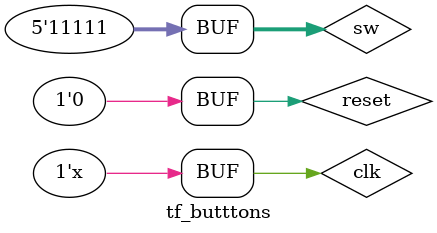
<source format=v>
`timescale 1ns/1ns

module tf_butttons();

// DATE:     09:50:37 10/14/2014 
// MODULE:   test_buttons
// DESIGN:   test_buttons
// FILENAME: tf_butttons.v
// PROJECT:  debouncing
// VERSION:  


// Inputs
    reg clk;
    reg reset;
    reg [4:0] sw;


// Outputs

    wire pos_tick;
    wire neg_tick;
    wire tx;


// Bidirs


// Instantiate the UUT
    test_buttons uut (
        .clk(clk), 
        .reset(reset), 
        .sw(sw), 
        .sw_clear(sw_clear), 
        .pos_tick(pos_tick), 
        .neg_tick(neg_tick), 
        .ser_out(ser_out)
        );


// Initialize Inputs

        initial begin
            clk = 0;
            reset = 0;
            sw = 5'b11111;

		#2000 reset = 1;
		#100 reset = 0;
		//Button 1
		//switch without glitches
		#1000 sw[0] = 0;
		#45_000 sw[0] = 1;

		//Button 2
		//switch with glitches
		//glitch while rising
		#4000_000 sw[1] = 0;
		#500 sw[1] = 1;
		#500 sw[1] = 0;
		#500 sw[1] = 1;
		#500 sw[1] = 0;
		#45_000 sw[1] = 1;
		//glitch while falling
		#500 sw[1] = 0;
		#500 sw[1] = 1;
		#500 sw[1] = 0;
		#500 sw[1] = 1;


		//Button 3
		//switch without glitches
		#4_000_000 sw[2] = 0;
		#45_000 sw[2] = 1;



		//Button 4
		//switch with glitches
		//glitch while rising
		#4_000_000 sw[3] = 0;
		#500 sw[3] = 1;
		#500 sw[3] = 0;
		#500 sw[3] = 1;
		#500 sw[3] = 0;
		#45_000 sw[3] = 1;
		//glitch while falling
		#500 sw[3] = 0;
		#500 sw[3] = 1;
		#500 sw[3] = 0;
		#500 sw[3] = 1;        


		//Button 5
		//switch with glitches
		//glitch while rising
		#4000_000 sw[4] = 0;
		#500 sw[4] = 1;
		#500 sw[4] = 0;
		#500 sw[4] = 1;
		#500 sw[4] = 0;
		#45_000 sw[4] = 1;
		//glitch while falling
		#500 sw[4] = 0;
		#500 sw[4] = 1;
		#500 sw[4] = 0;
		#500 sw[4] = 1;        

	   end

always //50MHz
#10 clk = ~clk;


endmodule


</source>
